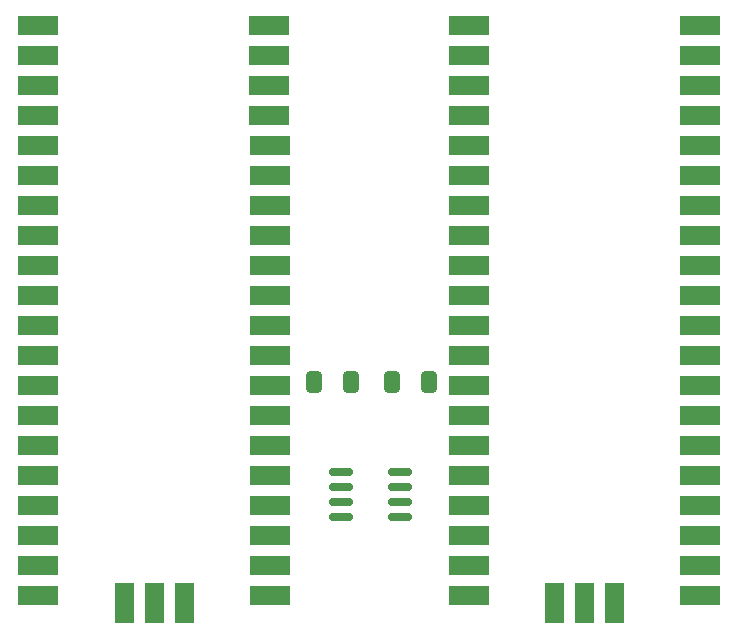
<source format=gbr>
%TF.GenerationSoftware,KiCad,Pcbnew,7.0.9*%
%TF.CreationDate,2024-02-17T13:50:42+09:00*%
%TF.ProjectId,DeskHop,4465736b-486f-4702-9e6b-696361645f70,rev?*%
%TF.SameCoordinates,PX20378f0PY6e37550*%
%TF.FileFunction,Paste,Top*%
%TF.FilePolarity,Positive*%
%FSLAX46Y46*%
G04 Gerber Fmt 4.6, Leading zero omitted, Abs format (unit mm)*
G04 Created by KiCad (PCBNEW 7.0.9) date 2024-02-17 13:50:42*
%MOMM*%
%LPD*%
G01*
G04 APERTURE LIST*
G04 Aperture macros list*
%AMRoundRect*
0 Rectangle with rounded corners*
0 $1 Rounding radius*
0 $2 $3 $4 $5 $6 $7 $8 $9 X,Y pos of 4 corners*
0 Add a 4 corners polygon primitive as box body*
4,1,4,$2,$3,$4,$5,$6,$7,$8,$9,$2,$3,0*
0 Add four circle primitives for the rounded corners*
1,1,$1+$1,$2,$3*
1,1,$1+$1,$4,$5*
1,1,$1+$1,$6,$7*
1,1,$1+$1,$8,$9*
0 Add four rect primitives between the rounded corners*
20,1,$1+$1,$2,$3,$4,$5,0*
20,1,$1+$1,$4,$5,$6,$7,0*
20,1,$1+$1,$6,$7,$8,$9,0*
20,1,$1+$1,$8,$9,$2,$3,0*%
G04 Aperture macros list end*
%ADD10C,0.100000*%
%ADD11RoundRect,0.250000X-0.412500X-0.650000X0.412500X-0.650000X0.412500X0.650000X-0.412500X0.650000X0*%
%ADD12RoundRect,0.150000X-0.825000X-0.150000X0.825000X-0.150000X0.825000X0.150000X-0.825000X0.150000X0*%
%ADD13RoundRect,0.250000X0.412500X0.650000X-0.412500X0.650000X-0.412500X-0.650000X0.412500X-0.650000X0*%
G04 APERTURE END LIST*
D10*
X26535381Y32001939D02*
X23233381Y32001939D01*
X23233381Y33525939D01*
X26535381Y33525939D01*
X26535381Y32001939D01*
G36*
X26535381Y32001939D02*
G01*
X23233381Y32001939D01*
X23233381Y33525939D01*
X26535381Y33525939D01*
X26535381Y32001939D01*
G37*
X62992000Y34544000D02*
X59690000Y34544000D01*
X59690000Y36068000D01*
X62992000Y36068000D01*
X62992000Y34544000D01*
G36*
X62992000Y34544000D02*
G01*
X59690000Y34544000D01*
X59690000Y36068000D01*
X62992000Y36068000D01*
X62992000Y34544000D01*
G37*
X26533734Y44744953D02*
X23231734Y44744953D01*
X23231734Y46268953D01*
X26533734Y46268953D01*
X26533734Y44744953D01*
G36*
X26533734Y44744953D02*
G01*
X23231734Y44744953D01*
X23231734Y46268953D01*
X26533734Y46268953D01*
X26533734Y44744953D01*
G37*
X6939244Y47287456D02*
X3637244Y47287456D01*
X3637244Y48811456D01*
X6939244Y48811456D01*
X6939244Y47287456D01*
G36*
X6939244Y47287456D02*
G01*
X3637244Y47287456D01*
X3637244Y48811456D01*
X6939244Y48811456D01*
X6939244Y47287456D01*
G37*
X43434000Y26924000D02*
X40132000Y26924000D01*
X40132000Y28448000D01*
X43434000Y28448000D01*
X43434000Y26924000D01*
G36*
X43434000Y26924000D02*
G01*
X40132000Y26924000D01*
X40132000Y28448000D01*
X43434000Y28448000D01*
X43434000Y26924000D01*
G37*
X6939244Y37127456D02*
X3637244Y37127456D01*
X3637244Y38651456D01*
X6939244Y38651456D01*
X6939244Y37127456D01*
G36*
X6939244Y37127456D02*
G01*
X3637244Y37127456D01*
X3637244Y38651456D01*
X6939244Y38651456D01*
X6939244Y37127456D01*
G37*
X6939244Y54907456D02*
X3637244Y54907456D01*
X3637244Y56431456D01*
X6939244Y56431456D01*
X6939244Y54907456D01*
G36*
X6939244Y54907456D02*
G01*
X3637244Y54907456D01*
X3637244Y56431456D01*
X6939244Y56431456D01*
X6939244Y54907456D01*
G37*
X62992000Y65024000D02*
X59690000Y65024000D01*
X59690000Y66548000D01*
X62992000Y66548000D01*
X62992000Y65024000D01*
G36*
X62992000Y65024000D02*
G01*
X59690000Y65024000D01*
X59690000Y66548000D01*
X62992000Y66548000D01*
X62992000Y65024000D01*
G37*
X62992000Y44704000D02*
X59690000Y44704000D01*
X59690000Y46228000D01*
X62992000Y46228000D01*
X62992000Y44704000D01*
G36*
X62992000Y44704000D02*
G01*
X59690000Y44704000D01*
X59690000Y46228000D01*
X62992000Y46228000D01*
X62992000Y44704000D01*
G37*
X43434000Y34544000D02*
X40132000Y34544000D01*
X40132000Y36068000D01*
X43434000Y36068000D01*
X43434000Y34544000D01*
G36*
X43434000Y34544000D02*
G01*
X40132000Y34544000D01*
X40132000Y36068000D01*
X43434000Y36068000D01*
X43434000Y34544000D01*
G37*
X62992000Y26924000D02*
X59690000Y26924000D01*
X59690000Y28448000D01*
X62992000Y28448000D01*
X62992000Y26924000D01*
G36*
X62992000Y26924000D02*
G01*
X59690000Y26924000D01*
X59690000Y28448000D01*
X62992000Y28448000D01*
X62992000Y26924000D01*
G37*
X26533734Y42204953D02*
X23231734Y42204953D01*
X23231734Y43728953D01*
X26533734Y43728953D01*
X26533734Y42204953D01*
G36*
X26533734Y42204953D02*
G01*
X23231734Y42204953D01*
X23231734Y43728953D01*
X26533734Y43728953D01*
X26533734Y42204953D01*
G37*
X62992000Y47244000D02*
X59690000Y47244000D01*
X59690000Y48768000D01*
X62992000Y48768000D01*
X62992000Y47244000D01*
G36*
X62992000Y47244000D02*
G01*
X59690000Y47244000D01*
X59690000Y48768000D01*
X62992000Y48768000D01*
X62992000Y47244000D01*
G37*
X26533734Y39664953D02*
X23231734Y39664953D01*
X23231734Y41188953D01*
X26533734Y41188953D01*
X26533734Y39664953D01*
G36*
X26533734Y39664953D02*
G01*
X23231734Y39664953D01*
X23231734Y41188953D01*
X26533734Y41188953D01*
X26533734Y39664953D01*
G37*
X62992000Y24384000D02*
X59690000Y24384000D01*
X59690000Y25908000D01*
X62992000Y25908000D01*
X62992000Y24384000D01*
G36*
X62992000Y24384000D02*
G01*
X59690000Y24384000D01*
X59690000Y25908000D01*
X62992000Y25908000D01*
X62992000Y24384000D01*
G37*
X15872297Y20320001D02*
X14348297Y20320001D01*
X14348297Y23622001D01*
X15872297Y23622001D01*
X15872297Y20320001D01*
G36*
X15872297Y20320001D02*
G01*
X14348297Y20320001D01*
X14348297Y23622001D01*
X15872297Y23622001D01*
X15872297Y20320001D01*
G37*
X6939244Y42207456D02*
X3637244Y42207456D01*
X3637244Y43731456D01*
X6939244Y43731456D01*
X6939244Y42207456D01*
G36*
X6939244Y42207456D02*
G01*
X3637244Y42207456D01*
X3637244Y43731456D01*
X6939244Y43731456D01*
X6939244Y42207456D01*
G37*
X43434000Y47244000D02*
X40132000Y47244000D01*
X40132000Y48768000D01*
X43434000Y48768000D01*
X43434000Y47244000D01*
G36*
X43434000Y47244000D02*
G01*
X40132000Y47244000D01*
X40132000Y48768000D01*
X43434000Y48768000D01*
X43434000Y47244000D01*
G37*
X62992000Y49784000D02*
X59690000Y49784000D01*
X59690000Y51308000D01*
X62992000Y51308000D01*
X62992000Y49784000D01*
G36*
X62992000Y49784000D02*
G01*
X59690000Y49784000D01*
X59690000Y51308000D01*
X62992000Y51308000D01*
X62992000Y49784000D01*
G37*
X62992000Y29464000D02*
X59690000Y29464000D01*
X59690000Y30988000D01*
X62992000Y30988000D01*
X62992000Y29464000D01*
G36*
X62992000Y29464000D02*
G01*
X59690000Y29464000D01*
X59690000Y30988000D01*
X62992000Y30988000D01*
X62992000Y29464000D01*
G37*
X26535381Y21841939D02*
X23233381Y21841939D01*
X23233381Y23365939D01*
X26535381Y23365939D01*
X26535381Y21841939D01*
G36*
X26535381Y21841939D02*
G01*
X23233381Y21841939D01*
X23233381Y23365939D01*
X26535381Y23365939D01*
X26535381Y21841939D01*
G37*
X43434000Y65024000D02*
X40132000Y65024000D01*
X40132000Y66548000D01*
X43434000Y66548000D01*
X43434000Y65024000D01*
G36*
X43434000Y65024000D02*
G01*
X40132000Y65024000D01*
X40132000Y66548000D01*
X43434000Y66548000D01*
X43434000Y65024000D01*
G37*
X62992000Y57404000D02*
X59690000Y57404000D01*
X59690000Y58928000D01*
X62992000Y58928000D01*
X62992000Y57404000D01*
G36*
X62992000Y57404000D02*
G01*
X59690000Y57404000D01*
X59690000Y58928000D01*
X62992000Y58928000D01*
X62992000Y57404000D01*
G37*
X6935563Y67599041D02*
X3633563Y67599041D01*
X3633563Y69123041D01*
X6935563Y69123041D01*
X6935563Y67599041D01*
G36*
X6935563Y67599041D02*
G01*
X3633563Y67599041D01*
X3633563Y69123041D01*
X6935563Y69123041D01*
X6935563Y67599041D01*
G37*
X43434000Y54864000D02*
X40132000Y54864000D01*
X40132000Y56388000D01*
X43434000Y56388000D01*
X43434000Y54864000D01*
G36*
X43434000Y54864000D02*
G01*
X40132000Y54864000D01*
X40132000Y56388000D01*
X43434000Y56388000D01*
X43434000Y54864000D01*
G37*
X43434000Y52324000D02*
X40132000Y52324000D01*
X40132000Y53848000D01*
X43434000Y53848000D01*
X43434000Y52324000D01*
G36*
X43434000Y52324000D02*
G01*
X40132000Y52324000D01*
X40132000Y53848000D01*
X43434000Y53848000D01*
X43434000Y52324000D01*
G37*
X26493563Y62519041D02*
X23191563Y62519041D01*
X23191563Y64043041D01*
X26493563Y64043041D01*
X26493563Y62519041D01*
G36*
X26493563Y62519041D02*
G01*
X23191563Y62519041D01*
X23191563Y64043041D01*
X26493563Y64043041D01*
X26493563Y62519041D01*
G37*
X43434000Y24384000D02*
X40132000Y24384000D01*
X40132000Y25908000D01*
X43434000Y25908000D01*
X43434000Y24384000D01*
G36*
X43434000Y24384000D02*
G01*
X40132000Y24384000D01*
X40132000Y25908000D01*
X43434000Y25908000D01*
X43434000Y24384000D01*
G37*
X49784000Y20320000D02*
X48260000Y20320000D01*
X48260000Y23622000D01*
X49784000Y23622000D01*
X49784000Y20320000D01*
G36*
X49784000Y20320000D02*
G01*
X48260000Y20320000D01*
X48260000Y23622000D01*
X49784000Y23622000D01*
X49784000Y20320000D01*
G37*
X62992000Y67564000D02*
X59690000Y67564000D01*
X59690000Y69088000D01*
X62992000Y69088000D01*
X62992000Y67564000D01*
G36*
X62992000Y67564000D02*
G01*
X59690000Y67564000D01*
X59690000Y69088000D01*
X62992000Y69088000D01*
X62992000Y67564000D01*
G37*
X6939244Y34587456D02*
X3637244Y34587456D01*
X3637244Y36111456D01*
X6939244Y36111456D01*
X6939244Y34587456D01*
G36*
X6939244Y34587456D02*
G01*
X3637244Y34587456D01*
X3637244Y36111456D01*
X6939244Y36111456D01*
X6939244Y34587456D01*
G37*
X6939244Y59987456D02*
X3637244Y59987456D01*
X3637244Y61511456D01*
X6939244Y61511456D01*
X6939244Y59987456D01*
G36*
X6939244Y59987456D02*
G01*
X3637244Y59987456D01*
X3637244Y61511456D01*
X6939244Y61511456D01*
X6939244Y59987456D01*
G37*
X6935563Y65059041D02*
X3633563Y65059041D01*
X3633563Y66583041D01*
X6935563Y66583041D01*
X6935563Y65059041D01*
G36*
X6935563Y65059041D02*
G01*
X3633563Y65059041D01*
X3633563Y66583041D01*
X6935563Y66583041D01*
X6935563Y65059041D01*
G37*
X6939244Y29507456D02*
X3637244Y29507456D01*
X3637244Y31031456D01*
X6939244Y31031456D01*
X6939244Y29507456D01*
G36*
X6939244Y29507456D02*
G01*
X3637244Y29507456D01*
X3637244Y31031456D01*
X6939244Y31031456D01*
X6939244Y29507456D01*
G37*
X6939244Y39667456D02*
X3637244Y39667456D01*
X3637244Y41191456D01*
X6939244Y41191456D01*
X6939244Y39667456D01*
G36*
X6939244Y39667456D02*
G01*
X3637244Y39667456D01*
X3637244Y41191456D01*
X6939244Y41191456D01*
X6939244Y39667456D01*
G37*
X6939244Y57447456D02*
X3637244Y57447456D01*
X3637244Y58971456D01*
X6939244Y58971456D01*
X6939244Y57447456D01*
G36*
X6939244Y57447456D02*
G01*
X3637244Y57447456D01*
X3637244Y58971456D01*
X6939244Y58971456D01*
X6939244Y57447456D01*
G37*
X6935563Y70139041D02*
X3633563Y70139041D01*
X3633563Y71663041D01*
X6935563Y71663041D01*
X6935563Y70139041D01*
G36*
X6935563Y70139041D02*
G01*
X3633563Y70139041D01*
X3633563Y71663041D01*
X6935563Y71663041D01*
X6935563Y70139041D01*
G37*
X26535381Y26921939D02*
X23233381Y26921939D01*
X23233381Y28445939D01*
X26535381Y28445939D01*
X26535381Y26921939D01*
G36*
X26535381Y26921939D02*
G01*
X23233381Y26921939D01*
X23233381Y28445939D01*
X26535381Y28445939D01*
X26535381Y26921939D01*
G37*
X43434000Y59944000D02*
X40132000Y59944000D01*
X40132000Y61468000D01*
X43434000Y61468000D01*
X43434000Y59944000D01*
G36*
X43434000Y59944000D02*
G01*
X40132000Y59944000D01*
X40132000Y61468000D01*
X43434000Y61468000D01*
X43434000Y59944000D01*
G37*
X52324000Y20320000D02*
X50800000Y20320000D01*
X50800000Y23622000D01*
X52324000Y23622000D01*
X52324000Y20320000D01*
G36*
X52324000Y20320000D02*
G01*
X50800000Y20320000D01*
X50800000Y23622000D01*
X52324000Y23622000D01*
X52324000Y20320000D01*
G37*
X43434000Y70104000D02*
X40132000Y70104000D01*
X40132000Y71628000D01*
X43434000Y71628000D01*
X43434000Y70104000D01*
G36*
X43434000Y70104000D02*
G01*
X40132000Y70104000D01*
X40132000Y71628000D01*
X43434000Y71628000D01*
X43434000Y70104000D01*
G37*
X62992000Y39624000D02*
X59690000Y39624000D01*
X59690000Y41148000D01*
X62992000Y41148000D01*
X62992000Y39624000D01*
G36*
X62992000Y39624000D02*
G01*
X59690000Y39624000D01*
X59690000Y41148000D01*
X62992000Y41148000D01*
X62992000Y39624000D01*
G37*
X6939244Y24427456D02*
X3637244Y24427456D01*
X3637244Y25951456D01*
X6939244Y25951456D01*
X6939244Y24427456D01*
G36*
X6939244Y24427456D02*
G01*
X3637244Y24427456D01*
X3637244Y25951456D01*
X6939244Y25951456D01*
X6939244Y24427456D01*
G37*
X13332297Y20320001D02*
X11808297Y20320001D01*
X11808297Y23622001D01*
X13332297Y23622001D01*
X13332297Y20320001D01*
G36*
X13332297Y20320001D02*
G01*
X11808297Y20320001D01*
X11808297Y23622001D01*
X13332297Y23622001D01*
X13332297Y20320001D01*
G37*
X26493563Y67599041D02*
X23191563Y67599041D01*
X23191563Y69123041D01*
X26493563Y69123041D01*
X26493563Y67599041D01*
G36*
X26493563Y67599041D02*
G01*
X23191563Y67599041D01*
X23191563Y69123041D01*
X26493563Y69123041D01*
X26493563Y67599041D01*
G37*
X62992000Y70104000D02*
X59690000Y70104000D01*
X59690000Y71628000D01*
X62992000Y71628000D01*
X62992000Y70104000D01*
G36*
X62992000Y70104000D02*
G01*
X59690000Y70104000D01*
X59690000Y71628000D01*
X62992000Y71628000D01*
X62992000Y70104000D01*
G37*
X43434000Y39624000D02*
X40132000Y39624000D01*
X40132000Y41148000D01*
X43434000Y41148000D01*
X43434000Y39624000D01*
G36*
X43434000Y39624000D02*
G01*
X40132000Y39624000D01*
X40132000Y41148000D01*
X43434000Y41148000D01*
X43434000Y39624000D01*
G37*
X62992000Y52324000D02*
X59690000Y52324000D01*
X59690000Y53848000D01*
X62992000Y53848000D01*
X62992000Y52324000D01*
G36*
X62992000Y52324000D02*
G01*
X59690000Y52324000D01*
X59690000Y53848000D01*
X62992000Y53848000D01*
X62992000Y52324000D01*
G37*
X26493563Y65059041D02*
X23191563Y65059041D01*
X23191563Y66583041D01*
X26493563Y66583041D01*
X26493563Y65059041D01*
G36*
X26493563Y65059041D02*
G01*
X23191563Y65059041D01*
X23191563Y66583041D01*
X26493563Y66583041D01*
X26493563Y65059041D01*
G37*
X26533734Y52364953D02*
X23231734Y52364953D01*
X23231734Y53888953D01*
X26533734Y53888953D01*
X26533734Y52364953D01*
G36*
X26533734Y52364953D02*
G01*
X23231734Y52364953D01*
X23231734Y53888953D01*
X26533734Y53888953D01*
X26533734Y52364953D01*
G37*
X62992000Y59944000D02*
X59690000Y59944000D01*
X59690000Y61468000D01*
X62992000Y61468000D01*
X62992000Y59944000D01*
G36*
X62992000Y59944000D02*
G01*
X59690000Y59944000D01*
X59690000Y61468000D01*
X62992000Y61468000D01*
X62992000Y59944000D01*
G37*
X26535381Y24381939D02*
X23233381Y24381939D01*
X23233381Y25905939D01*
X26535381Y25905939D01*
X26535381Y24381939D01*
G36*
X26535381Y24381939D02*
G01*
X23233381Y24381939D01*
X23233381Y25905939D01*
X26535381Y25905939D01*
X26535381Y24381939D01*
G37*
X43434000Y32004000D02*
X40132000Y32004000D01*
X40132000Y33528000D01*
X43434000Y33528000D01*
X43434000Y32004000D01*
G36*
X43434000Y32004000D02*
G01*
X40132000Y32004000D01*
X40132000Y33528000D01*
X43434000Y33528000D01*
X43434000Y32004000D01*
G37*
X26493563Y70139041D02*
X23191563Y70139041D01*
X23191563Y71663041D01*
X26493563Y71663041D01*
X26493563Y70139041D01*
G36*
X26493563Y70139041D02*
G01*
X23191563Y70139041D01*
X23191563Y71663041D01*
X26493563Y71663041D01*
X26493563Y70139041D01*
G37*
X62992000Y21844000D02*
X59690000Y21844000D01*
X59690000Y23368000D01*
X62992000Y23368000D01*
X62992000Y21844000D01*
G36*
X62992000Y21844000D02*
G01*
X59690000Y21844000D01*
X59690000Y23368000D01*
X62992000Y23368000D01*
X62992000Y21844000D01*
G37*
X26535381Y37081939D02*
X23233381Y37081939D01*
X23233381Y38605939D01*
X26535381Y38605939D01*
X26535381Y37081939D01*
G36*
X26535381Y37081939D02*
G01*
X23233381Y37081939D01*
X23233381Y38605939D01*
X26535381Y38605939D01*
X26535381Y37081939D01*
G37*
X6939244Y26967456D02*
X3637244Y26967456D01*
X3637244Y28491456D01*
X6939244Y28491456D01*
X6939244Y26967456D01*
G36*
X6939244Y26967456D02*
G01*
X3637244Y26967456D01*
X3637244Y28491456D01*
X6939244Y28491456D01*
X6939244Y26967456D01*
G37*
X18412297Y20320001D02*
X16888297Y20320001D01*
X16888297Y23622001D01*
X18412297Y23622001D01*
X18412297Y20320001D01*
G36*
X18412297Y20320001D02*
G01*
X16888297Y20320001D01*
X16888297Y23622001D01*
X18412297Y23622001D01*
X18412297Y20320001D01*
G37*
X26533734Y49824953D02*
X23231734Y49824953D01*
X23231734Y51348953D01*
X26533734Y51348953D01*
X26533734Y49824953D01*
G36*
X26533734Y49824953D02*
G01*
X23231734Y49824953D01*
X23231734Y51348953D01*
X26533734Y51348953D01*
X26533734Y49824953D01*
G37*
X43434000Y62484000D02*
X40132000Y62484000D01*
X40132000Y64008000D01*
X43434000Y64008000D01*
X43434000Y62484000D01*
G36*
X43434000Y62484000D02*
G01*
X40132000Y62484000D01*
X40132000Y64008000D01*
X43434000Y64008000D01*
X43434000Y62484000D01*
G37*
X62992000Y62484000D02*
X59690000Y62484000D01*
X59690000Y64008000D01*
X62992000Y64008000D01*
X62992000Y62484000D01*
G36*
X62992000Y62484000D02*
G01*
X59690000Y62484000D01*
X59690000Y64008000D01*
X62992000Y64008000D01*
X62992000Y62484000D01*
G37*
X6939244Y44747456D02*
X3637244Y44747456D01*
X3637244Y46271456D01*
X6939244Y46271456D01*
X6939244Y44747456D01*
G36*
X6939244Y44747456D02*
G01*
X3637244Y44747456D01*
X3637244Y46271456D01*
X6939244Y46271456D01*
X6939244Y44747456D01*
G37*
X6939244Y21887456D02*
X3637244Y21887456D01*
X3637244Y23411456D01*
X6939244Y23411456D01*
X6939244Y21887456D01*
G36*
X6939244Y21887456D02*
G01*
X3637244Y21887456D01*
X3637244Y23411456D01*
X6939244Y23411456D01*
X6939244Y21887456D01*
G37*
X62992000Y32004000D02*
X59690000Y32004000D01*
X59690000Y33528000D01*
X62992000Y33528000D01*
X62992000Y32004000D01*
G36*
X62992000Y32004000D02*
G01*
X59690000Y32004000D01*
X59690000Y33528000D01*
X62992000Y33528000D01*
X62992000Y32004000D01*
G37*
X43434000Y57404000D02*
X40132000Y57404000D01*
X40132000Y58928000D01*
X43434000Y58928000D01*
X43434000Y57404000D01*
G36*
X43434000Y57404000D02*
G01*
X40132000Y57404000D01*
X40132000Y58928000D01*
X43434000Y58928000D01*
X43434000Y57404000D01*
G37*
X43434000Y67564000D02*
X40132000Y67564000D01*
X40132000Y69088000D01*
X43434000Y69088000D01*
X43434000Y67564000D01*
G36*
X43434000Y67564000D02*
G01*
X40132000Y67564000D01*
X40132000Y69088000D01*
X43434000Y69088000D01*
X43434000Y67564000D01*
G37*
X26533734Y54904953D02*
X23231734Y54904953D01*
X23231734Y56428953D01*
X26533734Y56428953D01*
X26533734Y54904953D01*
G36*
X26533734Y54904953D02*
G01*
X23231734Y54904953D01*
X23231734Y56428953D01*
X26533734Y56428953D01*
X26533734Y54904953D01*
G37*
X62992000Y37084000D02*
X59690000Y37084000D01*
X59690000Y38608000D01*
X62992000Y38608000D01*
X62992000Y37084000D01*
G36*
X62992000Y37084000D02*
G01*
X59690000Y37084000D01*
X59690000Y38608000D01*
X62992000Y38608000D01*
X62992000Y37084000D01*
G37*
X26533734Y47284953D02*
X23231734Y47284953D01*
X23231734Y48808953D01*
X26533734Y48808953D01*
X26533734Y47284953D01*
G36*
X26533734Y47284953D02*
G01*
X23231734Y47284953D01*
X23231734Y48808953D01*
X26533734Y48808953D01*
X26533734Y47284953D01*
G37*
X26535381Y34541939D02*
X23233381Y34541939D01*
X23233381Y36065939D01*
X26535381Y36065939D01*
X26535381Y34541939D01*
G36*
X26535381Y34541939D02*
G01*
X23233381Y34541939D01*
X23233381Y36065939D01*
X26535381Y36065939D01*
X26535381Y34541939D01*
G37*
X43434000Y29464000D02*
X40132000Y29464000D01*
X40132000Y30988000D01*
X43434000Y30988000D01*
X43434000Y29464000D01*
G36*
X43434000Y29464000D02*
G01*
X40132000Y29464000D01*
X40132000Y30988000D01*
X43434000Y30988000D01*
X43434000Y29464000D01*
G37*
X43434000Y49784000D02*
X40132000Y49784000D01*
X40132000Y51308000D01*
X43434000Y51308000D01*
X43434000Y49784000D01*
G36*
X43434000Y49784000D02*
G01*
X40132000Y49784000D01*
X40132000Y51308000D01*
X43434000Y51308000D01*
X43434000Y49784000D01*
G37*
X6939244Y49827456D02*
X3637244Y49827456D01*
X3637244Y51351456D01*
X6939244Y51351456D01*
X6939244Y49827456D01*
G36*
X6939244Y49827456D02*
G01*
X3637244Y49827456D01*
X3637244Y51351456D01*
X6939244Y51351456D01*
X6939244Y49827456D01*
G37*
X62992000Y54864000D02*
X59690000Y54864000D01*
X59690000Y56388000D01*
X62992000Y56388000D01*
X62992000Y54864000D01*
G36*
X62992000Y54864000D02*
G01*
X59690000Y54864000D01*
X59690000Y56388000D01*
X62992000Y56388000D01*
X62992000Y54864000D01*
G37*
X43434000Y42164000D02*
X40132000Y42164000D01*
X40132000Y43688000D01*
X43434000Y43688000D01*
X43434000Y42164000D01*
G36*
X43434000Y42164000D02*
G01*
X40132000Y42164000D01*
X40132000Y43688000D01*
X43434000Y43688000D01*
X43434000Y42164000D01*
G37*
X43434000Y37084000D02*
X40132000Y37084000D01*
X40132000Y38608000D01*
X43434000Y38608000D01*
X43434000Y37084000D01*
G36*
X43434000Y37084000D02*
G01*
X40132000Y37084000D01*
X40132000Y38608000D01*
X43434000Y38608000D01*
X43434000Y37084000D01*
G37*
X6935563Y62519041D02*
X3633563Y62519041D01*
X3633563Y64043041D01*
X6935563Y64043041D01*
X6935563Y62519041D01*
G36*
X6935563Y62519041D02*
G01*
X3633563Y62519041D01*
X3633563Y64043041D01*
X6935563Y64043041D01*
X6935563Y62519041D01*
G37*
X26533734Y59984953D02*
X23231734Y59984953D01*
X23231734Y61508953D01*
X26533734Y61508953D01*
X26533734Y59984953D01*
G36*
X26533734Y59984953D02*
G01*
X23231734Y59984953D01*
X23231734Y61508953D01*
X26533734Y61508953D01*
X26533734Y59984953D01*
G37*
X6939244Y32047456D02*
X3637244Y32047456D01*
X3637244Y33571456D01*
X6939244Y33571456D01*
X6939244Y32047456D01*
G36*
X6939244Y32047456D02*
G01*
X3637244Y32047456D01*
X3637244Y33571456D01*
X6939244Y33571456D01*
X6939244Y32047456D01*
G37*
X62992000Y42164000D02*
X59690000Y42164000D01*
X59690000Y43688000D01*
X62992000Y43688000D01*
X62992000Y42164000D01*
G36*
X62992000Y42164000D02*
G01*
X59690000Y42164000D01*
X59690000Y43688000D01*
X62992000Y43688000D01*
X62992000Y42164000D01*
G37*
X43434000Y44704000D02*
X40132000Y44704000D01*
X40132000Y46228000D01*
X43434000Y46228000D01*
X43434000Y44704000D01*
G36*
X43434000Y44704000D02*
G01*
X40132000Y44704000D01*
X40132000Y46228000D01*
X43434000Y46228000D01*
X43434000Y44704000D01*
G37*
X54864000Y20320000D02*
X53340000Y20320000D01*
X53340000Y23622000D01*
X54864000Y23622000D01*
X54864000Y20320000D01*
G36*
X54864000Y20320000D02*
G01*
X53340000Y20320000D01*
X53340000Y23622000D01*
X54864000Y23622000D01*
X54864000Y20320000D01*
G37*
X6939244Y52367456D02*
X3637244Y52367456D01*
X3637244Y53891456D01*
X6939244Y53891456D01*
X6939244Y52367456D01*
G36*
X6939244Y52367456D02*
G01*
X3637244Y52367456D01*
X3637244Y53891456D01*
X6939244Y53891456D01*
X6939244Y52367456D01*
G37*
X43434000Y21844000D02*
X40132000Y21844000D01*
X40132000Y23368000D01*
X43434000Y23368000D01*
X43434000Y21844000D01*
G36*
X43434000Y21844000D02*
G01*
X40132000Y21844000D01*
X40132000Y23368000D01*
X43434000Y23368000D01*
X43434000Y21844000D01*
G37*
X26533734Y57444953D02*
X23231734Y57444953D01*
X23231734Y58968953D01*
X26533734Y58968953D01*
X26533734Y57444953D01*
G36*
X26533734Y57444953D02*
G01*
X23231734Y57444953D01*
X23231734Y58968953D01*
X26533734Y58968953D01*
X26533734Y57444953D01*
G37*
X26535381Y29461939D02*
X23233381Y29461939D01*
X23233381Y30985939D01*
X26535381Y30985939D01*
X26535381Y29461939D01*
G36*
X26535381Y29461939D02*
G01*
X23233381Y29461939D01*
X23233381Y30985939D01*
X26535381Y30985939D01*
X26535381Y29461939D01*
G37*
D11*
%TO.C,C2*%
X35259691Y40692335D03*
X38384691Y40692335D03*
%TD*%
D12*
%TO.C,U4*%
X30971070Y32998890D03*
X30971070Y31728890D03*
X30971070Y30458890D03*
X30971070Y29188890D03*
X35921070Y29188890D03*
X35921070Y30458890D03*
X35921070Y31728890D03*
X35921070Y32998890D03*
%TD*%
D13*
%TO.C,C1*%
X31790536Y40640001D03*
X28665536Y40640001D03*
%TD*%
M02*

</source>
